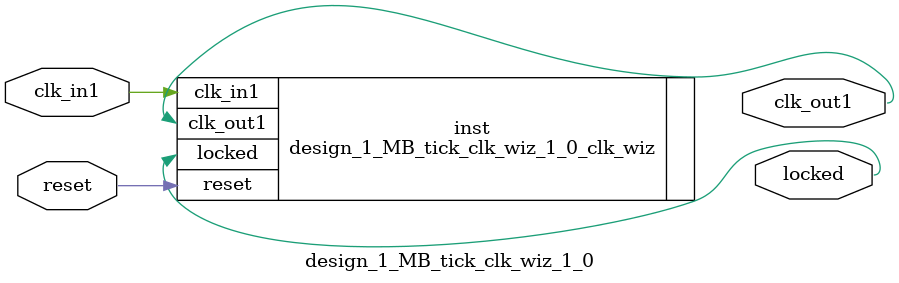
<source format=v>


`timescale 1ps/1ps

(* CORE_GENERATION_INFO = "design_1_MB_tick_clk_wiz_1_0,clk_wiz_v6_0_5_0_0,{component_name=design_1_MB_tick_clk_wiz_1_0,use_phase_alignment=true,use_min_o_jitter=false,use_max_i_jitter=false,use_dyn_phase_shift=false,use_inclk_switchover=false,use_dyn_reconfig=false,enable_axi=0,feedback_source=FDBK_AUTO,PRIMITIVE=MMCM,num_out_clk=1,clkin1_period=10.000,clkin2_period=10.000,use_power_down=false,use_reset=true,use_locked=true,use_inclk_stopped=false,feedback_type=SINGLE,CLOCK_MGR_TYPE=NA,manual_override=false}" *)

module design_1_MB_tick_clk_wiz_1_0 
 (
  // Clock out ports
  output        clk_out1,
  // Status and control signals
  input         reset,
  output        locked,
 // Clock in ports
  input         clk_in1
 );

  design_1_MB_tick_clk_wiz_1_0_clk_wiz inst
  (
  // Clock out ports  
  .clk_out1(clk_out1),
  // Status and control signals               
  .reset(reset), 
  .locked(locked),
 // Clock in ports
  .clk_in1(clk_in1)
  );

endmodule

</source>
